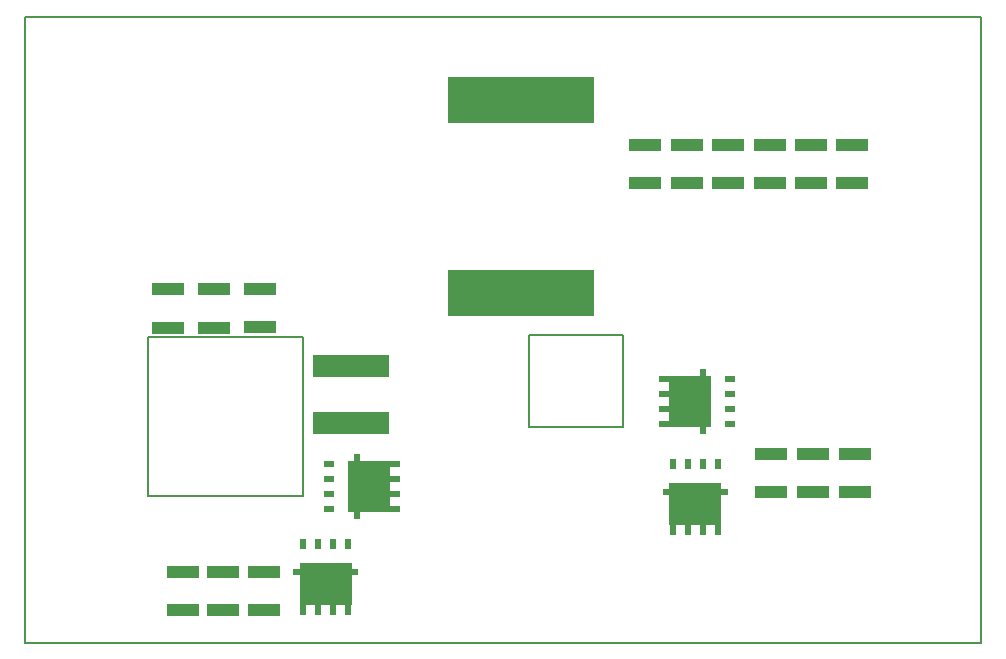
<source format=gtp>
%FSLAX25Y25*%
%MOIN*%
G70*
G01*
G75*
G04 Layer_Color=8421504*
%ADD10R,0.14410X0.09843*%
%ADD11R,0.14410X0.07874*%
%ADD12R,0.01969X0.06299*%
%ADD13R,0.03543X0.02126*%
%ADD14R,0.48504X0.15354*%
%ADD15R,0.09843X0.14410*%
%ADD16R,0.07874X0.14410*%
%ADD17R,0.06299X0.01969*%
%ADD18R,0.02126X0.03543*%
%ADD19R,0.10630X0.03937*%
%ADD20R,0.25590X0.07559*%
%ADD21C,0.00800*%
%ADD22R,0.49400X0.08100*%
%ADD23R,0.04800X0.94500*%
%ADD24R,0.18800X0.03900*%
%ADD25R,0.17900X0.04600*%
%ADD26R,0.19200X0.04500*%
%ADD27R,0.85300X0.11600*%
%ADD28R,0.04315X0.07664*%
%ADD29R,0.44671X0.11272*%
%ADD30R,0.44400X0.11000*%
%ADD31R,0.06900X0.15000*%
%ADD32R,0.06300X0.16900*%
%ADD33C,0.00500*%
%ADD34O,0.11811X0.09843*%
%ADD35R,0.11811X0.09843*%
%ADD36C,0.02000*%
%ADD37C,0.05000*%
%ADD38C,0.04000*%
%ADD39C,0.03000*%
%ADD40R,0.07087X0.13386*%
%ADD41O,0.01181X0.02756*%
%ADD42O,0.02756X0.01181*%
%ADD43R,0.02756X0.03347*%
%ADD44R,0.05118X0.03937*%
%ADD45R,0.03347X0.02756*%
%ADD46R,0.04800X0.92500*%
%ADD47R,0.02200X0.25827*%
%ADD48R,0.02300X0.29000*%
%ADD49C,0.01000*%
D10*
X221898Y-73535D02*
D03*
X114728Y-109059D02*
D03*
D11*
X221898Y-81777D02*
D03*
X114728Y-100817D02*
D03*
D12*
X225934Y-69282D02*
D03*
Y-85030D02*
D03*
X110692Y-113312D02*
D03*
Y-97564D02*
D03*
D13*
X235186Y-79656D02*
D03*
X213148D02*
D03*
X235186Y-69656D02*
D03*
Y-74656D02*
D03*
X213148Y-69656D02*
D03*
X235186Y-84656D02*
D03*
X213148D02*
D03*
Y-74656D02*
D03*
X101440Y-102938D02*
D03*
X123478D02*
D03*
X101440Y-112938D02*
D03*
Y-107938D02*
D03*
X123478Y-112938D02*
D03*
X101440Y-97938D02*
D03*
X123478D02*
D03*
Y-107938D02*
D03*
D14*
X165500Y-41006D02*
D03*
Y23206D02*
D03*
D15*
X219867Y-111221D02*
D03*
X96767Y-138028D02*
D03*
D16*
X228109Y-111221D02*
D03*
X105009Y-138028D02*
D03*
D17*
X215614Y-107186D02*
D03*
X231362D02*
D03*
X92514Y-133992D02*
D03*
X108262D02*
D03*
D18*
X225988Y-97934D02*
D03*
Y-119972D02*
D03*
X215988Y-97934D02*
D03*
X220988D02*
D03*
X215988Y-119972D02*
D03*
X230988Y-97934D02*
D03*
Y-119972D02*
D03*
X220988D02*
D03*
X102888Y-124740D02*
D03*
Y-146778D02*
D03*
X92888Y-124740D02*
D03*
X97888D02*
D03*
X92888Y-146778D02*
D03*
X107888Y-124740D02*
D03*
Y-146778D02*
D03*
X97888D02*
D03*
D19*
X248726Y-94498D02*
D03*
Y-107294D02*
D03*
X262726Y-94498D02*
D03*
Y-107294D02*
D03*
X276726Y-94498D02*
D03*
Y-107294D02*
D03*
X47600Y-52495D02*
D03*
Y-39700D02*
D03*
X78500Y-52395D02*
D03*
Y-39600D02*
D03*
X63100Y-52495D02*
D03*
Y-39700D02*
D03*
X52626Y-133805D02*
D03*
Y-146600D02*
D03*
X66226Y-133805D02*
D03*
Y-146600D02*
D03*
X79826Y-133805D02*
D03*
Y-146600D02*
D03*
X248300Y-4395D02*
D03*
Y8400D02*
D03*
X262100Y-4395D02*
D03*
Y8400D02*
D03*
X275900Y-4395D02*
D03*
Y8400D02*
D03*
X206900Y-4395D02*
D03*
Y8400D02*
D03*
X220700Y-4395D02*
D03*
Y8400D02*
D03*
X234500Y-4395D02*
D03*
Y8400D02*
D03*
D20*
X108800Y-65224D02*
D03*
Y-84200D02*
D03*
D33*
X0Y51200D02*
X318898D01*
Y-157480D02*
Y51200D01*
X0Y-157480D02*
X318898D01*
X0D02*
Y51200D01*
X41100Y-55700D02*
X92600D01*
X41100Y-108600D02*
Y-55700D01*
Y-108600D02*
X92600D01*
Y-55700D01*
X168000Y-85500D02*
X199300D01*
X168000Y-55000D02*
X199300D01*
Y-85500D02*
Y-55000D01*
X168000Y-85500D02*
Y-55000D01*
M02*

</source>
